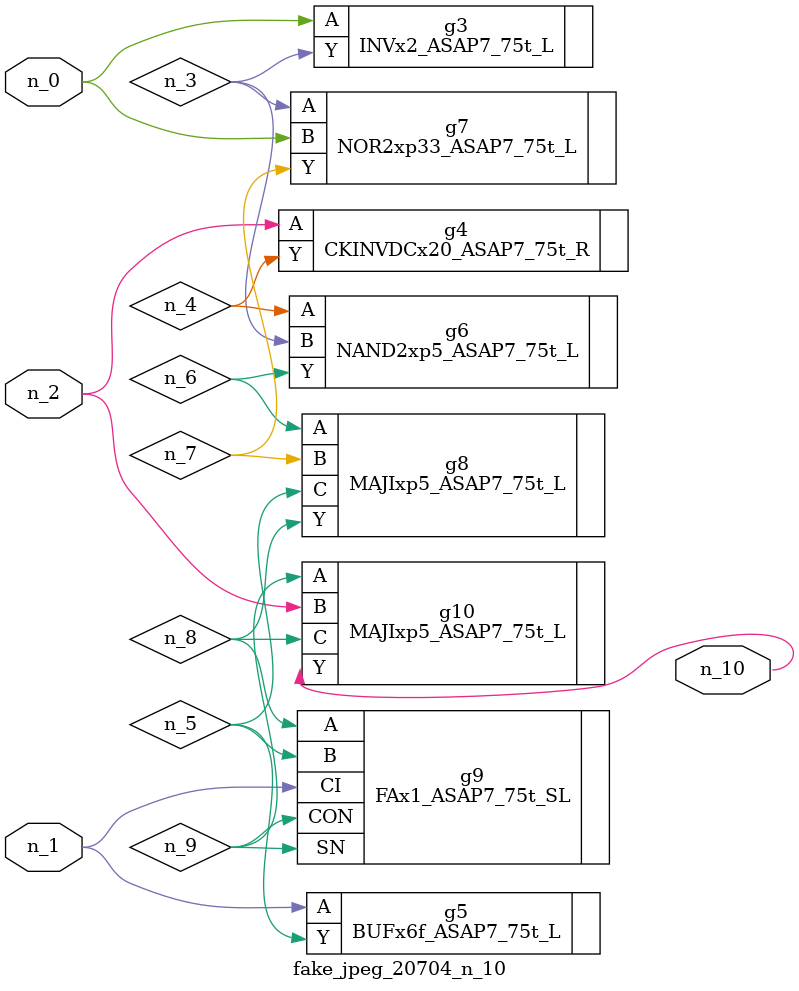
<source format=v>
module fake_jpeg_20704_n_10 (n_0, n_2, n_1, n_10);

input n_0;
input n_2;
input n_1;

output n_10;

wire n_3;
wire n_4;
wire n_8;
wire n_9;
wire n_6;
wire n_5;
wire n_7;

INVx2_ASAP7_75t_L g3 ( 
.A(n_0),
.Y(n_3)
);

CKINVDCx20_ASAP7_75t_R g4 ( 
.A(n_2),
.Y(n_4)
);

BUFx6f_ASAP7_75t_L g5 ( 
.A(n_1),
.Y(n_5)
);

NAND2xp5_ASAP7_75t_L g6 ( 
.A(n_4),
.B(n_3),
.Y(n_6)
);

MAJIxp5_ASAP7_75t_L g8 ( 
.A(n_6),
.B(n_7),
.C(n_5),
.Y(n_8)
);

NOR2xp33_ASAP7_75t_L g7 ( 
.A(n_3),
.B(n_0),
.Y(n_7)
);

FAx1_ASAP7_75t_SL g9 ( 
.A(n_8),
.B(n_5),
.CI(n_1),
.CON(n_9),
.SN(n_9)
);

MAJIxp5_ASAP7_75t_L g10 ( 
.A(n_9),
.B(n_2),
.C(n_8),
.Y(n_10)
);


endmodule
</source>
